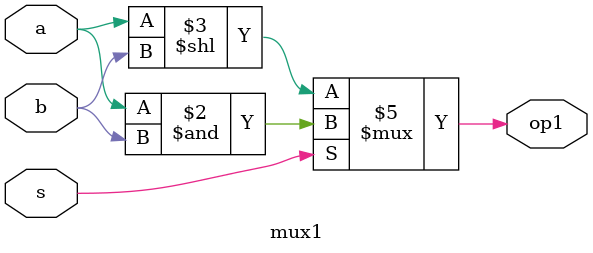
<source format=sv>
`timescale 1ns / 1ps


module mux1(
    input logic a,
    input logic b,
    input logic s,
    output logic op1); 

    
    always @ (a,b,s)
    begin
   if(s)
   op1 = a &b;
   else
   op1 = (a << b);
   
    end
   

endmodule

</source>
